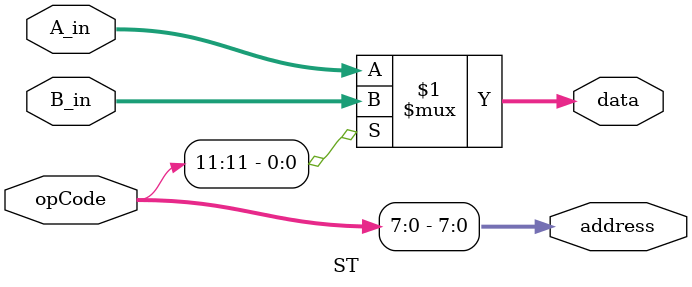
<source format=v>

module ST (A_in, B_in, opCode, data, address);

    // I/O
    input [15:0] A_in, B_in, opCode;
    output [15:0] data;
    output [7:0] address;

    // Assignment
    assign data = (opCode [11])?(B_in):(A_in);
    assign address = opCode [7:0];
endmodule
</source>
